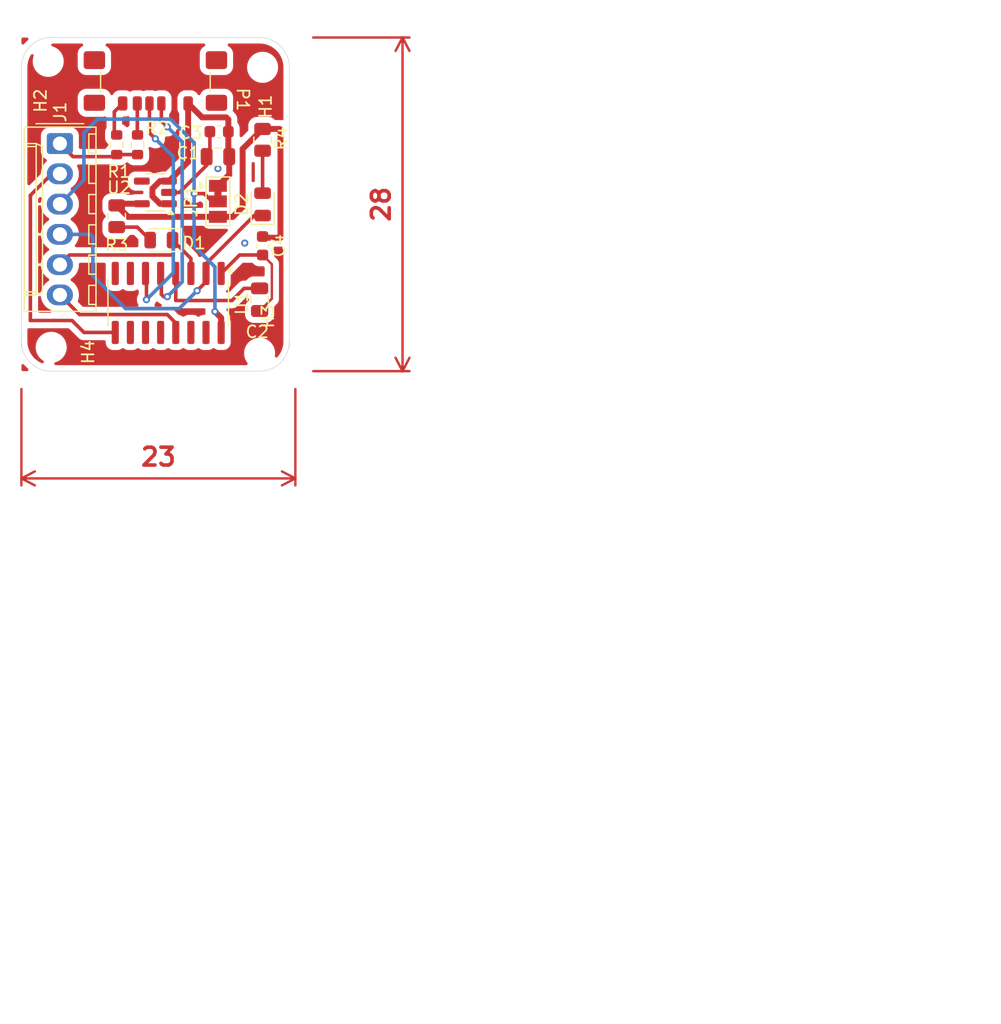
<source format=kicad_pcb>
(kicad_pcb (version 20241229) (generator "pcbnew") (generator_version "9.0")
  (title_block (title "MOHIT SAGAR") (company "SURE TRUST"))
  (layers (0 "F.Cu" signal) (2 "B.Cu" signal) (13 "F.Paste" user) (15 "B.Paste" user) (5 "F.SilkS" user "F.Silkscreen") (7 "B.SilkS" user "B.Silkscreen") (1 "F.Mask" user) (3 "B.Mask" user) (25 "Edge.Cuts" user))
  (net 0 "")
  (net 1 "GND")
  (net 2 "VCC")
  (net 3 "Net-(U1-V3)")
  (net 4 "RXI")
  (net 5 "Net-(D1-A)")
  (net 6 "TXO")
  (net 7 "Net-(D2-A)")
  (net 8 "~{DTR}")
  (net 9 "~{CTS}")
  (net 10 "Net-(P1-CC2)")
  (net 11 "Net-(P1-CC1)")
  (net 18 "Net-(P1-D+)")
  (net 20 "Net-(P1-D-)")
  (net 23 "5V")
  (net 24 "3.3V")
  (footprint "MountingHole:MountingHole_2.1mm" (layer "F.Cu") (at 221.73125 125.04375 -90)
    (property "Reference" "H3" (at -3.1 -0.7 90) (layer "F.SilkS"))
    (property "Value" "MountingHole")
    (pad "" np_thru_hole circle (at 0 0 270) (size 2.1 2.1) (drill 2.1) (layers "*.Cu" "*.Mask"))
  )
  (footprint "Resistor_SMD:R_0805_2012Metric" (layer "F.Cu") (at 209.73125 113.54375 -90)
    (property "Reference" "R3" (at 2.4 0 0) (layer "F.SilkS"))
    (property "Value" "1K")
    (fp_line (start -0.227064 0.735) (end 0.227064 0.735) (stroke (width 0.12)) (layer "F.SilkS"))
    (fp_line (start -0.227064 -0.735) (end 0.227064 -0.735) (stroke (width 0.12)) (layer "F.SilkS"))
    (pad "1" smd roundrect (at -0.9125 0 270) (size 1.025 1.4) (layers "F.Cu" "F.Mask" "F.Paste") (roundrect_rratio 0.243902) (net 24 "3.3V"))
    (pad "2" smd roundrect (at 0.9125 0 270) (size 1.025 1.4) (layers "F.Cu" "F.Mask" "F.Paste") (roundrect_rratio 0.243902) (net 5 "Net-(D1-A)"))
  )
  (footprint "LED_SMD:LED_0805_2012Metric" (layer "F.Cu") (at 213.48125 115.54375 180)
    (property "Reference" "D1" (at -2.75 -0.25 0) (layer "F.SilkS"))
    (property "Value" "LED")
    (fp_line (start 1 -0.96) (end -1.685 -0.96) (stroke (width 0.12)) (layer "F.SilkS"))
    (fp_line (start -1.685 0.96) (end 1 0.96) (stroke (width 0.12)) (layer "F.SilkS"))
    (fp_line (start -1.685 -0.96) (end -1.685 0.96) (stroke (width 0.12)) (layer "F.SilkS"))
    (pad "1" smd roundrect (at -0.9375 0 180) (size 0.975 1.4) (layers "F.Cu" "F.Mask" "F.Paste") (net 4 "RXI"))
    (pad "2" smd roundrect (at 0.9375 0 180) (size 0.975 1.4) (layers "F.Cu" "F.Mask" "F.Paste") (net 5 "Net-(D1-A)"))
  )
  (footprint "MountingHole:MountingHole_2.1mm" (layer "F.Cu") (at 221.98125 101.04375 -90)
    (property "Reference" "H1" (at 3.3 -0.25 90) (layer "F.SilkS"))
    (property "Value" "MountingHole")
    (pad "" np_thru_hole circle (at 0 0 270) (size 2.1 2.1) (drill 2.1) (layers "*.Cu" "*.Mask"))
  )
  (footprint "Resistor_SMD:R_0805_2012Metric" (layer "F.Cu") (at 221.98125 107.13125 -90)
    (property "Reference" "R4" (at -0.0875 -1.55 90) (layer "F.SilkS"))
    (property "Value" "1K")
    (fp_line (start -0.227064 0.735) (end 0.227064 0.735) (stroke (width 0.12)) (layer "F.SilkS"))
    (fp_line (start -0.227064 -0.735) (end 0.227064 -0.735) (stroke (width 0.12)) (layer "F.SilkS"))
    (pad "1" smd roundrect (at -0.9125 0 270) (size 1.025 1.4) (layers "F.Cu" "F.Mask" "F.Paste") (roundrect_rratio 0.243902) (net 24 "3.3V"))
    (pad "2" smd roundrect (at 0.9125 0 270) (size 1.025 1.4) (layers "F.Cu" "F.Mask" "F.Paste") (roundrect_rratio 0.243902) (net 7 "Net-(D2-A)"))
  )
  (footprint "LED_SMD:LED_0805_2012Metric" (layer "F.Cu") (at 221.98125 112.54375 90)
    (property "Reference" "D2" (at 0 -1.75 90) (layer "F.SilkS"))
    (property "Value" "LED")
    (fp_line (start 1 -0.96) (end -1.685 -0.96) (stroke (width 0.12)) (layer "F.SilkS"))
    (fp_line (start -1.685 -0.96) (end -1.685 0.96) (stroke (width 0.12)) (layer "F.SilkS"))
    (fp_line (start -1.685 0.96) (end 1 0.96) (stroke (width 0.12)) (layer "F.SilkS"))
    (pad "1" smd roundrect (at -0.9375 0 90) (size 0.975 1.4) (layers "F.Cu" "F.Mask" "F.Paste") (net 6 "TXO"))
    (pad "2" smd roundrect (at 0.9375 0 90) (size 0.975 1.4) (layers "F.Cu" "F.Mask" "F.Paste") (net 7 "Net-(D2-A)"))
  )
  (footprint "Capacitor_SMD:C_0603_1608Metric" (layer "F.Cu") (at 221.98125 116.01875 -90)
    (property "Reference" "C4" (at 0 -1.35 90) (layer "F.SilkS"))
    (property "Value" "1uF")
    (fp_line (start -0.14058 0.51) (end 0.14058 0.51) (stroke (width 0.12)) (layer "F.SilkS"))
    (fp_line (start -0.14058 -0.51) (end 0.14058 -0.51) (stroke (width 0.12)) (layer "F.SilkS"))
    (pad "1" smd roundrect (at -0.775 0 270) (size 0.9 0.95) (layers "F.Cu" "F.Mask" "F.Paste") (net 24 "3.3V"))
    (pad "2" smd roundrect (at 0.775 0 270) (size 0.9 0.95) (layers "F.Cu" "F.Mask" "F.Paste") (net 1 "GND"))
  )
  (footprint "Connector_Molex:Molex_KK-254_AE-6410-06A_1x06_P2.54mm_Vertical" (layer "F.Cu") (at 204.96125 107.44375 -90)
    (property "Reference" "J1" (at -2.65 -0.02 90) (layer "F.SilkS"))
    (property "Value" "Conn_01x06_Pin")
    (fp_line (start -1.38 2.99) (end 14.08 2.99) (stroke (width 0.12)) (layer "F.SilkS"))
    (fp_line (start 0 2.99) (end 0 1.99) (stroke (width 0.12)) (layer "F.SilkS"))
    (fp_line (start 0.25 2.99) (end 0.25 1.99) (stroke (width 0.12)) (layer "F.SilkS"))
    (fp_line (start 12.45 2.99) (end 12.45 1.99) (stroke (width 0.12)) (layer "F.SilkS"))
    (fp_line (start 14.08 2.99) (end 14.08 -3.03) (stroke (width 0.12)) (layer "F.SilkS"))
    (fp_line (start 0 1.99) (end 12.7 1.99) (stroke (width 0.12)) (layer "F.SilkS"))
    (fp_line (start 0 1.99) (end 0.25 1.46) (stroke (width 0.12)) (layer "F.SilkS"))
    (fp_line (start 12.7 1.99) (end 12.7 2.99) (stroke (width 0.12)) (layer "F.SilkS"))
    (fp_line (start 0.25 1.46) (end 12.45 1.46) (stroke (width 0.12)) (layer "F.SilkS"))
    (fp_line (start 12.45 1.46) (end 12.7 1.99) (stroke (width 0.12)) (layer "F.SilkS"))
    (fp_line (start -1.67 -2) (end -1.67 2) (stroke (width 0.12)) (layer "F.SilkS"))
    (fp_line (start -0.8 -2.43) (end 0.8 -2.43) (stroke (width 0.12)) (layer "F.SilkS"))
    (fp_line (start 0.8 -2.43) (end 0.8 -3.03) (stroke (width 0.12)) (layer "F.SilkS"))
    (fp_line (start 1.74 -2.43) (end 3.34 -2.43) (stroke (width 0.12)) (layer "F.SilkS"))
    (fp_line (start 3.34 -2.43) (end 3.34 -3.03) (stroke (width 0.12)) (layer "F.SilkS"))
    (fp_line (start 4.28 -2.43) (end 5.88 -2.43) (stroke (width 0.12)) (layer "F.SilkS"))
    (fp_line (start 5.88 -2.43) (end 5.88 -3.03) (stroke (width 0.12)) (layer "F.SilkS"))
    (fp_line (start 6.82 -2.43) (end 8.42 -2.43) (stroke (width 0.12)) (layer "F.SilkS"))
    (fp_line (start 8.42 -2.43) (end 8.42 -3.03) (stroke (width 0.12)) (layer "F.SilkS"))
    (fp_line (start 9.36 -2.43) (end 10.96 -2.43) (stroke (width 0.12)) (layer "F.SilkS"))
    (fp_line (start 10.96 -2.43) (end 10.96 -3.03) (stroke (width 0.12)) (layer "F.SilkS"))
    (fp_line (start 11.9 -2.43) (end 13.5 -2.43) (stroke (width 0.12)) (layer "F.SilkS"))
    (fp_line (start 13.5 -2.43) (end 13.5 -3.03) (stroke (width 0.12)) (layer "F.SilkS"))
    (fp_line (start -1.38 -3.03) (end -1.38 2.99) (stroke (width 0.12)) (layer "F.SilkS"))
    (fp_line (start -0.8 -3.03) (end -0.8 -2.43) (stroke (width 0.12)) (layer "F.SilkS"))
    (fp_line (start 1.74 -3.03) (end 1.74 -2.43) (stroke (width 0.12)) (layer "F.SilkS"))
    (fp_line (start 4.28 -3.03) (end 4.28 -2.43) (stroke (width 0.12)) (layer "F.SilkS"))
    (fp_line (start 6.82 -3.03) (end 6.82 -2.43) (stroke (width 0.12)) (layer "F.SilkS"))
    (fp_line (start 9.36 -3.03) (end 9.36 -2.43) (stroke (width 0.12)) (layer "F.SilkS"))
    (fp_line (start 11.9 -3.03) (end 11.9 -2.43) (stroke (width 0.12)) (layer "F.SilkS"))
    (fp_line (start 14.08 -3.03) (end -1.38 -3.03) (stroke (width 0.12)) (layer "F.SilkS"))
    (pad "1" thru_hole roundrect (at 0 0 270) (size 1.74 2.19) (drill 1.19) (layers "*.Cu" "*.Mask") (roundrect_rratio 0.143678) (net 1 "GND"))
    (pad "2" thru_hole oval (at 2.54 0 270) (size 1.74 2.19) (drill 1.19) (layers "*.Cu" "*.Mask") (net 9 "~{CTS}"))
    (pad "3" thru_hole oval (at 5.08 0 270) (size 1.74 2.19) (drill 1.19) (layers "*.Cu" "*.Mask") (net 2 "VCC"))
    (pad "4" thru_hole oval (at 7.62 0 270) (size 1.74 2.19) (drill 1.19) (layers "*.Cu" "*.Mask") (net 6 "TXO"))
    (pad "5" thru_hole oval (at 10.16 0 270) (size 1.74 2.19) (drill 1.19) (layers "*.Cu" "*.Mask") (net 4 "RXI"))
    (pad "6" thru_hole oval (at 12.7 0 270) (size 1.74 2.19) (drill 1.19) (layers "*.Cu" "*.Mask") (net 8 "~{DTR}"))
  )
  (footprint "MountingHole:MountingHole_2.1mm" (layer "F.Cu") (at 203.98125 100.54375 -90)
    (property "Reference" "H2" (at 3.3 0.65 90) (layer "F.SilkS"))
    (property "Value" "MountingHole")
    (pad "" np_thru_hole circle (at 0 0 270) (size 2.1 2.1) (drill 2.1) (layers "*.Cu" "*.Mask"))
  )
  (footprint "Capacitor_SMD:C_0603_1608Metric" (layer "F.Cu") (at 218.33125 106.44375 180)
    (property "Reference" "C3" (at 2.4 -0.1 0) (layer "F.SilkS"))
    (property "Value" "1uF")
    (fp_line (start -0.14058 0.51) (end 0.14058 0.51) (stroke (width 0.12)) (layer "F.SilkS"))
    (fp_line (start -0.14058 -0.51) (end 0.14058 -0.51) (stroke (width 0.12)) (layer "F.SilkS"))
    (pad "1" smd roundrect (at -0.775 0 180) (size 0.9 0.95) (layers "F.Cu" "F.Mask" "F.Paste") (net 23 "5V"))
    (pad "2" smd roundrect (at 0.775 0 180) (size 0.9 0.95) (layers "F.Cu" "F.Mask" "F.Paste") (net 1 "GND"))
  )
  (footprint "Resistor_SMD:R_0603_1608Metric" (layer "F.Cu") (at 211.48125 107.54375 -90)
    (property "Reference" "R2" (at -1.4 -1.65 0) (layer "F.SilkS"))
    (property "Value" "5.1K")
    (fp_line (start -0.237258 0.5225) (end 0.237258 0.5225) (stroke (width 0.12)) (layer "F.SilkS"))
    (fp_line (start -0.237258 -0.5225) (end 0.237258 -0.5225) (stroke (width 0.12)) (layer "F.SilkS"))
    (pad "1" smd roundrect (at -0.825 0 270) (size 0.8 0.95) (layers "F.Cu" "F.Mask" "F.Paste") (net 11 "Net-(P1-CC1)"))
    (pad "2" smd roundrect (at 0.825 0 270) (size 0.8 0.95) (layers "F.Cu" "F.Mask" "F.Paste") (net 1 "GND"))
  )
  (footprint "Capacitor_SMD:C_0805_2012Metric" (layer "F.Cu") (at 221.73125 120.54375 -90)
    (property "Reference" "C2" (at 2.7 0.2 0) (layer "F.SilkS"))
    (property "Value" "10nF")
    (fp_line (start -0.261252 0.735) (end 0.261252 0.735) (stroke (width 0.12)) (layer "F.SilkS"))
    (fp_line (start -0.261252 -0.735) (end 0.261252 -0.735) (stroke (width 0.12)) (layer "F.SilkS"))
    (pad "1" smd roundrect (at -0.95 0 270) (size 1 1.45) (layers "F.Cu" "F.Mask" "F.Paste") (net 3 "Net-(U1-V3)"))
    (pad "2" smd roundrect (at 0.95 0 270) (size 1 1.45) (layers "F.Cu" "F.Mask" "F.Paste") (net 1 "GND"))
  )
  (footprint "Capacitor_SMD:C_0805_2012Metric" (layer "F.Cu") (at 218.23125 108.54375 180)
    (property "Reference" "C1" (at 2.5 0.3 0) (layer "F.SilkS"))
    (property "Value" "0.1uF")
    (fp_line (start -0.261252 0.735) (end 0.261252 0.735) (stroke (width 0.12)) (layer "F.SilkS"))
    (fp_line (start -0.261252 -0.735) (end 0.261252 -0.735) (stroke (width 0.12)) (layer "F.SilkS"))
    (pad "1" smd roundrect (at -0.95 0 180) (size 1 1.45) (layers "F.Cu" "F.Mask" "F.Paste") (net 23 "5V"))
    (pad "2" smd roundrect (at 0.95 0 180) (size 1 1.45) (layers "F.Cu" "F.Mask" "F.Paste") (net 1 "GND"))
  )
  (footprint "Resistor_SMD:R_0603_1608Metric" (layer "F.Cu") (at 209.73125 107.54375 -90)
    (property "Reference" "R1" (at 2.25 -0.2 0) (layer "F.SilkS"))
    (property "Value" "5.1K")
    (fp_line (start -0.237258 0.5225) (end 0.237258 0.5225) (stroke (width 0.12)) (layer "F.SilkS"))
    (fp_line (start -0.237258 -0.5225) (end 0.237258 -0.5225) (stroke (width 0.12)) (layer "F.SilkS"))
    (pad "1" smd roundrect (at -0.825 0 270) (size 0.8 0.95) (layers "F.Cu" "F.Mask" "F.Paste") (net 10 "Net-(P1-CC2)"))
    (pad "2" smd roundrect (at 0.825 0 270) (size 0.8 0.95) (layers "F.Cu" "F.Mask" "F.Paste") (net 1 "GND"))
  )
  (footprint "Jumper:SolderJumper-3_P1.3mm_Bridged12_Pad1.0x1.5mm" (layer "F.Cu") (at 218.23125 112.29375 -90)
    (property "Reference" "JP1" (at 0 2.25 90) (layer "F.SilkS"))
    (property "Value" "SolderJumper_3_Bridged12")
    (fp_poly (pts (xy -0.9 -0.3) (xy -0.4 -0.3) (xy -0.4 0.3) (xy -0.9 0.3)) (fill yes) (layer "F.Cu"))
    (fp_line (start -1.6 1.5) (end -1 1.5) (stroke (width 0.12)) (layer "F.SilkS"))
    (fp_line (start -1.3 1.2) (end -1.6 1.5) (stroke (width 0.12)) (layer "F.SilkS"))
    (fp_line (start -1.3 1.2) (end -1 1.5) (stroke (width 0.12)) (layer "F.SilkS"))
    (fp_line (start -2.05 1) (end -2.05 -1) (stroke (width 0.12)) (layer "F.SilkS"))
    (fp_line (start 2.05 1) (end -2.05 1) (stroke (width 0.12)) (layer "F.SilkS"))
    (fp_line (start -2.05 -1) (end 2.05 -1) (stroke (width 0.12)) (layer "F.SilkS"))
    (fp_line (start 2.05 -1) (end 2.05 1) (stroke (width 0.12)) (layer "F.SilkS"))
    (pad "1" smd rect (at -1.3 0 270) (size 1 1.5) (layers "F.Cu" "F.Mask") (net 23 "5V"))
    (pad "2" smd rect (at 0 0 270) (size 1 1.5) (layers "F.Cu" "F.Mask") (net 2 "VCC"))
    (pad "3" smd rect (at 1.3 0 270) (size 1 1.5) (layers "F.Cu" "F.Mask") (net 24 "3.3V"))
  )
  (footprint "MountingHole:MountingHole_2.1mm" (layer "F.Cu") (at 204.23125 124.54375 -90)
    (property "Reference" "H4" (at 0.4 -3.1 90) (layer "F.SilkS"))
    (property "Value" "MountingHole")
    (pad "" np_thru_hole circle (at 0 0 270) (size 2.1 2.1) (drill 2.1) (layers "*.Cu" "*.Mask"))
  )
  (footprint "Connector_USB:USB_C_Receptacle_GCT_USB4135-GF-A_6P_TopMnt_Horizontal" (layer "F.Cu") (at 212.98125 101.04375 180)
    (property "Reference" "P1" (at -7.35 -2.7 270) (layer "F.SilkS"))
    (property "Value" "USB_C_Plug_USB2.0")
    (fp_line (start 4.6 -2.04) (end 4.6 -0.41) (stroke (width 0.12)) (layer "F.SilkS"))
    (fp_line (start -4.6 -2.04) (end -4.6 -0.41) (stroke (width 0.12)) (layer "F.SilkS"))
    (pad "A4" smd roundrect (at -2.75 -3.0325 180) (size 0.8 1.2) (layers "F.Cu" "F.Mask" "F.Paste") (net 23 "5V"))
    (pad "A5" smd roundrect (at 1.52 -3.0325) (size 0.76 1.2) (layers "F.Cu" "F.Mask" "F.Paste") (net 11 "Net-(P1-CC1)"))
    (pad "A6" smd roundrect (at -0.5 -3.0325 180) (size 0.7 1.2) (layers "F.Cu" "F.Mask" "F.Paste") (net 18 "Net-(P1-D+)"))
    (pad "A7" smd roundrect (at 0.5 -3.0325) (size 0.7 1.2) (layers "F.Cu" "F.Mask" "F.Paste") (net 20 "Net-(P1-D-)"))
    (pad "B5" smd roundrect (at 2.75 -3.0325) (size 0.8 1.2) (layers "F.Cu" "F.Mask" "F.Paste") (net 10 "Net-(P1-CC2)"))
    (pad "S1" smd roundrect (at -5.125 -2.9775 180) (size 1.8 1.35) (layers "F.Cu" "F.Mask" "F.Paste") (roundrect_rratio 0.1851851852))
    (pad "S1" smd roundrect (at -5.125 0.6025 180) (size 1.8 1.5) (layers "F.Cu" "F.Mask" "F.Paste") (roundrect_rratio 0.1666666667))
    (pad "S1" smd roundrect (at 5.125 -2.9775 180) (size 1.8 1.35) (layers "F.Cu" "F.Mask" "F.Paste") (roundrect_rratio 0.1851851852))
    (pad "S1" smd roundrect (at 5.125 0.6025 180) (size 1.8 1.5) (layers "F.Cu" "F.Mask" "F.Paste") (roundrect_rratio 0.1666666667))
  )
  (footprint "Package_TO_SOT_SMD:SOT-23-5" (layer "F.Cu") (at 212.98125 111.54375 180)
    (property "Reference" "U2" (at 3.05 0.4 0) (layer "F.SilkS"))
    (property "Value" "AP2112K-3.3")
    (fp_line (start 0 1.56) (end 0.8 1.56) (stroke (width 0.12)) (layer "F.SilkS"))
    (fp_line (start 0 1.56) (end -0.8 1.56) (stroke (width 0.12)) (layer "F.SilkS"))
    (fp_line (start 0 -1.56) (end 0.8 -1.56) (stroke (width 0.12)) (layer "F.SilkS"))
    (fp_line (start 0 -1.56) (end -0.8 -1.56) (stroke (width 0.12)) (layer "F.SilkS"))
    (fp_poly (pts (xy -1.3 -1.51) (xy -1.54 -1.84) (xy -1.06 -1.84)) (stroke (width 0.12)) (fill yes) (layer "F.SilkS"))
    (pad "1" smd roundrect (at -1.1375 -0.95 180) (size 1.325 0.6) (layers "F.Cu" "F.Mask" "F.Paste") (net 23 "5V"))
    (pad "2" smd roundrect (at -1.1375 0 180) (size 1.325 0.6) (layers "F.Cu" "F.Mask" "F.Paste") (net 1 "GND"))
    (pad "3" smd roundrect (at -1.1375 0.95 180) (size 1.325 0.6) (layers "F.Cu" "F.Mask" "F.Paste") (net 23 "5V"))
    (pad "4" smd roundrect (at 1.1375 0.95 180) (size 1.325 0.6) (layers "F.Cu" "F.Mask" "F.Paste"))
    (pad "5" smd roundrect (at 1.1375 -0.95 180) (size 1.325 0.6) (layers "F.Cu" "F.Mask" "F.Paste") (net 24 "3.3V"))
  )
  (footprint "Package_SO:SOIC-16_3.9x9.9mm_P1.27mm" (layer "F.Cu") (at 214.05625 120.81875 -90)
    (property "Reference" "U1" (at 0 -6.175 90) (layer "F.SilkS"))
    (property "Value" "CH340C")
    (fp_line (start 0 5.06) (end -1.95 5.06) (stroke (width 0.12)) (layer "F.SilkS"))
    (fp_line (start 0 5.06) (end 1.95 5.06) (stroke (width 0.12)) (layer "F.SilkS"))
    (fp_line (start 0 -5.06) (end -1.95 -5.06) (stroke (width 0.12)) (layer "F.SilkS"))
    (fp_line (start 0 -5.06) (end 1.95 -5.06) (stroke (width 0.12)) (layer "F.SilkS"))
    (fp_poly (pts (xy -2.7 -5.005) (xy -2.94 -5.335) (xy -2.46 -5.335)) (stroke (width 0.12)) (fill yes) (layer "F.SilkS"))
    (pad "1" smd roundrect (at -2.475 -4.445 270) (size 1.95 0.6) (layers "F.Cu" "F.Mask" "F.Paste") (net 1 "GND"))
    (pad "2" smd roundrect (at -2.475 -3.175 270) (size 1.95 0.6) (layers "F.Cu" "F.Mask" "F.Paste") (net 6 "TXO"))
    (pad "3" smd roundrect (at -2.475 -1.905 270) (size 1.95 0.6) (layers "F.Cu" "F.Mask" "F.Paste") (net 4 "RXI"))
    (pad "4" smd roundrect (at -2.475 -0.635 270) (size 1.95 0.6) (layers "F.Cu" "F.Mask" "F.Paste") (net 3 "Net-(U1-V3)"))
    (pad "5" smd roundrect (at -2.475 0.635 270) (size 1.95 0.6) (layers "F.Cu" "F.Mask" "F.Paste") (net 18 "Net-(P1-D+)"))
    (pad "6" smd roundrect (at -2.475 1.905 270) (size 1.95 0.6) (layers "F.Cu" "F.Mask" "F.Paste") (net 20 "Net-(P1-D-)"))
    (pad "7" smd roundrect (at -2.475 3.175 270) (size 1.95 0.6) (layers "F.Cu" "F.Mask" "F.Paste"))
    (pad "8" smd roundrect (at -2.475 4.445 270) (size 1.95 0.6) (layers "F.Cu" "F.Mask" "F.Paste"))
    (pad "9" smd roundrect (at 2.475 4.445 270) (size 1.95 0.6) (layers "F.Cu" "F.Mask" "F.Paste") (net 9 "~{CTS}"))
    (pad "10" smd roundrect (at 2.475 3.175 270) (size 1.95 0.6) (layers "F.Cu" "F.Mask" "F.Paste"))
    (pad "11" smd roundrect (at 2.475 1.905 270) (size 1.95 0.6) (layers "F.Cu" "F.Mask" "F.Paste"))
    (pad "12" smd roundrect (at 2.475 0.635 270) (size 1.95 0.6) (layers "F.Cu" "F.Mask" "F.Paste"))
    (pad "13" smd roundrect (at 2.475 -0.635 270) (size 1.95 0.6) (layers "F.Cu" "F.Mask" "F.Paste") (net 8 "~{DTR}"))
    (pad "14" smd roundrect (at 2.475 -1.905 270) (size 1.95 0.6) (layers "F.Cu" "F.Mask" "F.Paste"))
    (pad "15" smd roundrect (at 2.475 -3.175 270) (size 1.95 0.6) (layers "F.Cu" "F.Mask" "F.Paste"))
    (pad "16" smd roundrect (at 2.475 -4.445 270) (size 1.95 0.6) (layers "F.Cu" "F.Mask" "F.Paste") (net 2 "VCC"))
  )
  (gr_arc (start 221.73125 98.54375) (mid 223.499017 99.275983) (end 224.23125 101.04375) (stroke (width 0.05)) (layer "Edge.Cuts"))
  (gr_arc (start 224.23125 124.04375) (mid 223.499017 125.811517) (end 221.73125 126.54375) (stroke (width 0.05)) (layer "Edge.Cuts"))
  (gr_arc (start 201.73125 101.04375) (mid 202.463483 99.275983) (end 204.23125 98.54375) (stroke (width 0.05)) (layer "Edge.Cuts"))
  (gr_line (start 224.23125 101.04375) (end 224.23125 124.54375) (stroke (width 0.05)) (layer "Edge.Cuts"))
  (gr_line (start 221.73125 126.54375) (end 204.23125 126.54375) (stroke (width 0.05)) (layer "Edge.Cuts"))
  (gr_arc (start 204.23125 126.54375) (mid 202.463483 125.811517) (end 201.73125 124.04375) (stroke (width 0.05)) (layer "Edge.Cuts"))
  (gr_line (start 221.73125 98.54375) (end 204.23125 98.54375) (stroke (width 0.05)) (layer "Edge.Cuts"))
  (gr_line (start 201.73125 101.04375) (end 201.73125 124.54375) (stroke (width 0.05)) (layer "Edge.Cuts"))
  (dimension (type orthogonal) (layer "F.Cu") (pts (xy 224.73125 127.54375) (xy 201.73125 127.54375)) (height 8) (orientation 0) (format (prefix "") (suffix "") (units 3) (units_format 0) (precision 4) (suppress_zeroes yes)) (style (thickness 0.2) (arrow_length 1.27) (text_position_mode 0) (arrow_direction outward) (extension_height 0.58642) (extension_offset 0.5) (keep_text_aligned yes)) (gr_text "23" (at 213.23125 133.74375 0) (layer "F.Cu") (effects (font (size 1.5 1.5) (thickness 0.3)))))
  (dimension (type orthogonal) (layer "F.Cu") (pts (xy 225.73125 98.54375) (xy 225.73125 126.54375)) (height 8) (orientation 1) (format (prefix "") (suffix "") (units 3) (units_format 0) (precision 4) (suppress_zeroes yes)) (style (thickness 0.2) (arrow_length 1.27) (text_position_mode 0) (arrow_direction outward) (extension_height 0.58642) (extension_offset 0.5) (keep_text_aligned yes)) (gr_text "28" (at 231.93125 112.54375 90) (layer "F.Cu") (effects (font (size 1.5 1.5) (thickness 0.3)))))
  (segment (start 222.75725 120.46775) (end 222.75725 117.56975) (width 0.2) (layer "F.Cu") (net 1))
  (segment (start 215.00625 111.54375) (end 214.11875 111.54375) (width 0.3) (layer "F.Cu") (net 1))
  (segment (start 221.73125 121.49375) (end 222.75725 120.46775) (width 0.2) (layer "F.Cu") (net 1))
  (segment (start 220.05125 116.79375) (end 218.50125 118.34375) (width 0.3) (layer "F.Cu") (net 1))
  (segment (start 217.55625 106.44375) (end 217.55625 108.26875) (width 0.3) (layer "F.Cu") (net 1))
  (segment (start 222.75725 117.56975) (end 221.98125 116.79375) (width 0.2) (layer "F.Cu") (net 1))
  (segment (start 209.55625 108.54375) (end 209.73125 108.36875) (width 0.3) (layer "F.Cu") (net 1))
  (segment (start 204.96125 107.44375) (end 206.06125 108.54375) (width 0.3) (layer "F.Cu") (net 1))
  (segment (start 221.98125 116.79375) (end 220.05125 116.79375) (width 0.3) (layer "F.Cu") (net 1))
  (segment (start 217.28125 108.54375) (end 217.28125 109.26875) (width 0.3) (layer "F.Cu") (net 1))
  (segment (start 209.73125 108.36875) (end 211.48125 108.36875) (width 0.3) (layer "F.Cu") (net 1))
  (segment (start 206.06125 108.54375) (end 209.55625 108.54375) (width 0.3) (layer "F.Cu") (net 1))
  (segment (start 217.28125 109.26875) (end 215.00625 111.54375) (width 0.3) (layer "F.Cu") (net 1))
  (segment (start 211.48125 108.36875) (end 211.48125 108.54375) (width 0.3) (layer "F.Cu") (net 1))
  (via (at 218.23125 109.54375) (size 0.6) (drill 0.3) (layers "F.Cu" "B.Cu") (net 1))
  (via (at 220.48125 115.79375) (size 0.6) (drill 0.3) (layers "F.Cu" "B.Cu") (net 1))
  (segment (start 217.73125 112.29375) (end 218.23125 112.29375) (width 0.3) (layer "F.Cu") (net 2))
  (segment (start 218.50125 122.06375) (end 217.98125 121.54375) (width 0.5) (layer "F.Cu") (net 2))
  (segment (start 218.23125 112.29375) (end 217.68025 112.29375) (width 0.3) (layer "F.Cu") (net 2))
  (segment (start 217.08125 111.64375) (end 217.73125 112.29375) (width 0.3) (layer "F.Cu") (net 2))
  (segment (start 218.50125 123.29375) (end 218.50125 122.06375) (width 0.5) (layer "F.Cu") (net 2))
  (segment (start 216.23125 111.64375) (end 217.08125 111.64375) (width 0.3) (layer "F.Cu") (net 2))
  (via (at 217.98125 121.54375) (size 0.6) (drill 0.3) (layers "F.Cu" "B.Cu") (net 2))
  (via (at 216.23125 111.64375) (size 0.6) (drill 0.3) (layers "F.Cu" "B.Cu") (net 2))
  (segment (start 206.98125 110.50375) (end 204.96125 112.52375) (width 0.3) (layer "B.Cu") (net 2))
  (segment (start 214.250904 105.39275) (end 208.13225 105.39275) (width 0.3) (layer "B.Cu") (net 2))
  (segment (start 216.23125 107.373096) (end 214.250904 105.39275) (width 0.3) (layer "B.Cu") (net 2))
  (segment (start 208.13225 105.39275) (end 206.98125 106.54375) (width 0.3) (layer "B.Cu") (net 2))
  (segment (start 206.98125 106.54375) (end 206.98125 110.50375) (width 0.3) (layer "B.Cu") (net 2))
  (segment (start 217.98125 117.79375) (end 217.98125 121.54375) (width 0.3) (layer "B.Cu") (net 2))
  (segment (start 216.23125 116.04375) (end 217.98125 117.79375) (width 0.3) (layer "B.Cu") (net 2))
  (segment (start 216.23125 111.64375) (end 216.23125 116.04375) (width 0.3) (layer "B.Cu") (net 2))
  (segment (start 216.23125 111.64375) (end 216.23125 107.373096) (width 0.3) (layer "B.Cu") (net 2))
  (segment (start 219.409267 120.615733) (end 220.43125 119.59375) (width 0.3) (layer "F.Cu") (net 3))
  (segment (start 219.409267 120.615733) (end 214.69125 120.615733) (width 0.3) (layer "F.Cu") (net 3))
  (segment (start 214.69125 120.615733) (end 214.69125 118.34375) (width 0.3) (layer "F.Cu") (net 3))
  (segment (start 220.43125 119.59375) (end 221.73125 119.59375) (width 0.3) (layer "F.Cu") (net 3))
  (segment (start 205.77125 116.79375) (end 214.48125 116.79375) (width 0.3) (layer "F.Cu") (net 4))
  (segment (start 214.48125 115.60625) (end 214.41875 115.54375) (width 0.3) (layer "F.Cu") (net 4))
  (segment (start 215.96125 117.08625) (end 215.96125 118.34375) (width 0.3) (layer "F.Cu") (net 4))
  (segment (start 204.96125 117.60375) (end 205.77125 116.79375) (width 0.3) (layer "F.Cu") (net 4))
  (segment (start 214.41875 115.54375) (end 215.96125 117.08625) (width 0.3) (layer "F.Cu") (net 4))
  (segment (start 214.48125 116.79375) (end 214.48125 115.60625) (width 0.3) (layer "F.Cu") (net 4))
  (segment (start 212.54375 115.54375) (end 211.45625 114.45625) (width 0.3) (layer "F.Cu") (net 5))
  (segment (start 211.45625 114.45625) (end 209.73125 114.45625) (width 0.3) (layer "F.Cu") (net 5))
  (segment (start 216.48125 119.79375) (end 217.23125 119.04375) (width 0.3) (layer "F.Cu") (net 6))
  (segment (start 217.23125 117.531251) (end 217.23125 118.34375) (width 0.3) (layer "F.Cu") (net 6))
  (segment (start 221.98125 113.48125) (end 221.281251 113.48125) (width 0.3) (layer "F.Cu") (net 6))
  (segment (start 217.23125 119.04375) (end 217.23125 118.34375) (width 0.3) (layer "F.Cu") (net 6))
  (segment (start 221.281251 113.48125) (end 217.23125 117.531251) (width 0.3) (layer "F.Cu") (net 6))
  (via (at 216.48125 119.79375) (size 0.6) (drill 0.3) (layers "F.Cu" "B.Cu") (net 6))
  (segment (start 207.73125 115.29375) (end 207.50125 115.06375) (width 0.3) (layer "B.Cu") (net 6))
  (segment (start 216.48125 119.79375) (end 214.98125 121.29375) (width 0.3) (layer "B.Cu") (net 6))
  (segment (start 214.98125 121.29375) (end 210.48125 121.29375) (width 0.3) (layer "B.Cu") (net 6))
  (segment (start 207.73125 118.54375) (end 207.73125 115.29375) (width 0.3) (layer "B.Cu") (net 6))
  (segment (start 210.48125 121.29375) (end 207.73125 118.54375) (width 0.3) (layer "B.Cu") (net 6))
  (segment (start 207.50125 115.06375) (end 204.96125 115.06375) (width 0.3) (layer "B.Cu") (net 6))
  (segment (start 221.98125 108.04375) (end 221.98125 111.60625) (width 0.3) (layer "F.Cu") (net 7))
  (segment (start 214.69125 122.50375) (end 214.69125 123.29375) (width 0.3) (layer "F.Cu") (net 8))
  (segment (start 204.96125 120.14375) (end 206.61125 121.79375) (width 0.3) (layer "F.Cu") (net 8))
  (segment (start 213.98125 121.79375) (end 214.69125 122.50375) (width 0.3) (layer "F.Cu") (net 8))
  (segment (start 206.61125 121.79375) (end 213.98125 121.79375) (width 0.3) (layer "F.Cu") (net 8))
  (segment (start 206.98125 123.29375) (end 209.61125 123.29375) (width 0.3) (layer "F.Cu") (net 9))
  (segment (start 202.48125 111.79375) (end 202.48125 122.29375) (width 0.3) (layer "F.Cu") (net 9))
  (segment (start 204.96125 109.98375) (end 204.29125 109.98375) (width 0.3) (layer "F.Cu") (net 9))
  (segment (start 202.48125 122.29375) (end 205.98125 122.29375) (width 0.3) (layer "F.Cu") (net 9))
  (segment (start 205.98125 122.29375) (end 206.98125 123.29375) (width 0.3) (layer "F.Cu") (net 9))
  (segment (start 204.29125 109.98375) (end 202.48125 111.79375) (width 0.3) (layer "F.Cu") (net 9))
  (segment (start 210.23125 104.07625) (end 209.53125 104.77625) (width 0.3) (layer "F.Cu") (net 10))
  (segment (start 209.53125 106.51875) (end 209.73125 106.71875) (width 0.3) (layer "F.Cu") (net 10))
  (segment (start 209.53125 104.77625) (end 209.53125 106.51875) (width 0.3) (layer "F.Cu") (net 10))
  (segment (start 211.46125 104.07625) (end 211.46125 106.69875) (width 0.3) (layer "F.Cu") (net 11))
  (segment (start 211.46125 106.69875) (end 211.48125 106.71875) (width 0.3) (layer "F.Cu") (net 11))
  (segment (start 213.48125 105.54375) (end 213.98125 106.04375) (width 0.3) (layer "F.Cu") (net 18))
  (segment (start 213.48125 120.09375) (end 213.48125 119.04375) (width 0.3) (layer "F.Cu") (net 18))
  (segment (start 213.98125 120.29375) (end 213.68125 120.29375) (width 0.3) (layer "F.Cu") (net 18))
  (segment (start 213.42125 118.98375) (end 213.42125 118.34375) (width 0.3) (layer "F.Cu") (net 18))
  (segment (start 213.68125 120.29375) (end 213.48125 120.09375) (width 0.3) (layer "F.Cu") (net 18))
  (segment (start 213.48125 119.04375) (end 213.42125 118.98375) (width 0.3) (layer "F.Cu") (net 18))
  (segment (start 213.48125 104.07625) (end 213.48125 105.54375) (width 0.3) (layer "F.Cu") (net 18))
  (via (at 213.98125 106.04375) (size 0.6) (drill 0.3) (layers "F.Cu" "B.Cu") (net 18))
  (via (at 213.98125 120.29375) (size 0.6) (drill 0.3) (layers "F.Cu" "B.Cu") (net 18))
  (segment (start 213.98125 120.29375) (end 215.23125 119.04375) (width 0.3) (layer "B.Cu") (net 18))
  (segment (start 215.23125 107.29375) (end 213.98125 106.04375) (width 0.3) (layer "B.Cu") (net 18))
  (segment (start 215.23125 119.04375) (end 215.23125 107.29375) (width 0.3) (layer "B.Cu") (net 18))
  (segment (start 212.23125 120.54375) (end 212.23125 118.42375) (width 0.3) (layer "F.Cu") (net 20))
  (segment (start 212.48125 106.54375) (end 212.98125 107.04375) (width 0.3) (layer "F.Cu") (net 20))
  (segment (start 212.23125 118.42375) (end 212.15125 118.34375) (width 0.3) (layer "F.Cu") (net 20))
  (segment (start 212.48125 104.07625) (end 212.48125 106.54375) (width 0.3) (layer "F.Cu") (net 20))
  (via (at 212.98125 107.04375) (size 0.6) (drill 0.3) (layers "F.Cu" "B.Cu") (net 20))
  (via (at 212.23125 120.54375) (size 0.6) (drill 0.3) (layers "F.Cu" "B.Cu") (net 20))
  (segment (start 214.48125 108.54375) (end 212.98125 107.04375) (width 0.3) (layer "B.Cu") (net 20))
  (segment (start 214.48125 118.29375) (end 214.48125 108.54375) (width 0.3) (layer "B.Cu") (net 20))
  (segment (start 212.23125 120.54375) (end 214.48125 118.29375) (width 0.3) (layer "B.Cu") (net 20))
  (segment (start 219.18125 108.54375) (end 219.18125 110.04375) (width 0.5) (layer "F.Cu") (net 23))
  (segment (start 213.36035 110.59375) (end 212.73125 111.22285) (width 0.5) (layer "F.Cu") (net 23))
  (segment (start 215.73125 104.07625) (end 216.89875 105.24375) (width 0.5) (layer "F.Cu") (net 23))
  (segment (start 219.18125 110.04375) (end 218.23125 110.99375) (width 0.5) (layer "F.Cu") (net 23))
  (segment (start 218.93125 105.24375) (end 219.10625 105.41875) (width 0.5) (layer "F.Cu") (net 23))
  (segment (start 219.10625 108.46875) (end 219.18125 108.54375) (width 0.5) (layer "F.Cu") (net 23))
  (segment (start 212.73125 111.22285) (end 212.73125 111.86465) (width 0.5) (layer "F.Cu") (net 23))
  (segment (start 214.11875 110.59375) (end 213.36035 110.59375) (width 0.5) (layer "F.Cu") (net 23))
  (segment (start 215.73125 108.98125) (end 214.11875 110.59375) (width 0.5) (layer "F.Cu") (net 23))
  (segment (start 219.10625 105.41875) (end 219.10625 106.44375) (width 0.5) (layer "F.Cu") (net 23))
  (segment (start 219.10625 106.44375) (end 219.10625 108.46875) (width 0.5) (layer "F.Cu") (net 23))
  (segment (start 212.73125 111.86465) (end 213.36035 112.49375) (width 0.5) (layer "F.Cu") (net 23))
  (segment (start 213.36035 112.49375) (end 214.11875 112.49375) (width 0.5) (layer "F.Cu") (net 23))
  (segment (start 215.73125 104.07625) (end 215.73125 108.98125) (width 0.5) (layer "F.Cu") (net 23))
  (segment (start 216.89875 105.24375) (end 218.93125 105.24375) (width 0.5) (layer "F.Cu") (net 23))
  (segment (start 222.08125 115.34375) (end 221.98125 115.24375) (width 0.5) (layer "F.Cu") (net 24))
  (segment (start 223.48125 106.29475) (end 223.48125 115.34375) (width 0.5) (layer "F.Cu") (net 24))
  (segment (start 219.48125 113.59375) (end 218.23125 113.59375) (width 0.5) (layer "F.Cu") (net 24))
  (segment (start 209.86875 112.49375) (end 211.84375 112.49375) (width 0.5) (layer "F.Cu") (net 24))
  (segment (start 209.73125 112.63125) (end 209.86875 112.49375) (width 0.5) (layer "F.Cu") (net 24))
  (segment (start 210.69375 113.59375) (end 209.73125 112.63125) (width 0.5) (layer "F.Cu") (net 24))
  (segment (start 223.40525 106.21875) (end 223.48125 106.29475) (width 0.5) (layer "F.Cu") (net 24))
  (segment (start 218.23125 113.59375) (end 210.69375 113.59375) (width 0.5) (layer "F.Cu") (net 24))
  (segment (start 223.48125 115.34375) (end 222.08125 115.34375) (width 0.5) (layer "F.Cu") (net 24))
  (segment (start 220.30725 112.76775) (end 219.48125 113.59375) (width 0.5) (layer "F.Cu") (net 24))
  (segment (start 221.98125 106.21875) (end 223.40525 106.21875) (width 0.5) (layer "F.Cu") (net 24))
  (segment (start 220.30725 107.89275) (end 220.30725 112.76775) (width 0.5) (layer "F.Cu") (net 24))
  (segment (start 221.98125 106.21875) (end 220.30725 107.89275) (width 0.5) (layer "F.Cu") (net 24))
  (zone (net 0) (net_name "") (layer "F.Cu") (connect_pads (clearance 0.5)) (min_thickness 0.25) (fill yes (thermal_gap 0.5) (thermal_bridge_width 0.5) (island_removal_mode 1) (island_area_min 10))
    (polygon (pts (xy 224.73125 98.54375) (xy 224.73125 126.54375) (xy 201.73125 126.54375) (xy 201.73125 98.54375)))
  )
)
</source>
